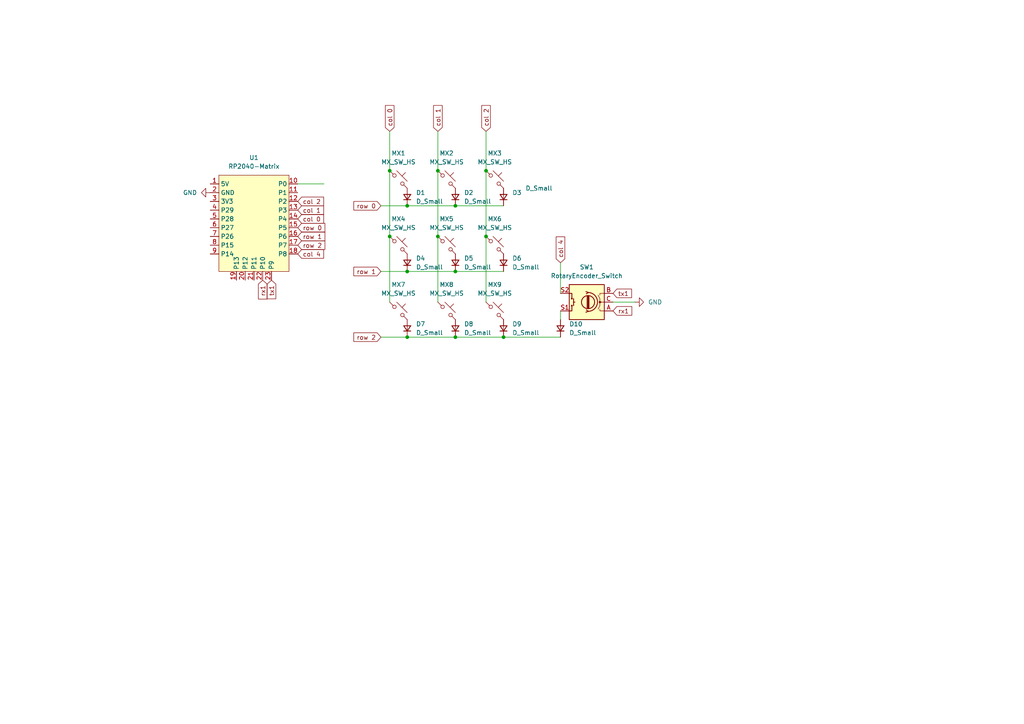
<source format=kicad_sch>
(kicad_sch
	(version 20250114)
	(generator "eeschema")
	(generator_version "9.0")
	(uuid "244cb078-a27e-437f-8bfb-73fee18643ba")
	(paper "A4")
	(lib_symbols
		(symbol "Device:D_Small"
			(pin_numbers
				(hide yes)
			)
			(pin_names
				(offset 0.254)
				(hide yes)
			)
			(exclude_from_sim no)
			(in_bom yes)
			(on_board yes)
			(property "Reference" "D"
				(at -1.27 2.032 0)
				(effects
					(font
						(size 1.27 1.27)
					)
					(justify left)
				)
			)
			(property "Value" "D_Small"
				(at -3.81 -2.032 0)
				(effects
					(font
						(size 1.27 1.27)
					)
					(justify left)
				)
			)
			(property "Footprint" ""
				(at 0 0 90)
				(effects
					(font
						(size 1.27 1.27)
					)
					(hide yes)
				)
			)
			(property "Datasheet" "~"
				(at 0 0 90)
				(effects
					(font
						(size 1.27 1.27)
					)
					(hide yes)
				)
			)
			(property "Description" "Diode, small symbol"
				(at 0 0 0)
				(effects
					(font
						(size 1.27 1.27)
					)
					(hide yes)
				)
			)
			(property "Sim.Device" "D"
				(at 0 0 0)
				(effects
					(font
						(size 1.27 1.27)
					)
					(hide yes)
				)
			)
			(property "Sim.Pins" "1=K 2=A"
				(at 0 0 0)
				(effects
					(font
						(size 1.27 1.27)
					)
					(hide yes)
				)
			)
			(property "ki_keywords" "diode"
				(at 0 0 0)
				(effects
					(font
						(size 1.27 1.27)
					)
					(hide yes)
				)
			)
			(property "ki_fp_filters" "TO-???* *_Diode_* *SingleDiode* D_*"
				(at 0 0 0)
				(effects
					(font
						(size 1.27 1.27)
					)
					(hide yes)
				)
			)
			(symbol "D_Small_0_1"
				(polyline
					(pts
						(xy -0.762 0) (xy 0.762 0)
					)
					(stroke
						(width 0)
						(type default)
					)
					(fill
						(type none)
					)
				)
				(polyline
					(pts
						(xy -0.762 -1.016) (xy -0.762 1.016)
					)
					(stroke
						(width 0.254)
						(type default)
					)
					(fill
						(type none)
					)
				)
				(polyline
					(pts
						(xy 0.762 -1.016) (xy -0.762 0) (xy 0.762 1.016) (xy 0.762 -1.016)
					)
					(stroke
						(width 0.254)
						(type default)
					)
					(fill
						(type none)
					)
				)
			)
			(symbol "D_Small_1_1"
				(pin passive line
					(at -2.54 0 0)
					(length 1.778)
					(name "K"
						(effects
							(font
								(size 1.27 1.27)
							)
						)
					)
					(number "1"
						(effects
							(font
								(size 1.27 1.27)
							)
						)
					)
				)
				(pin passive line
					(at 2.54 0 180)
					(length 1.778)
					(name "A"
						(effects
							(font
								(size 1.27 1.27)
							)
						)
					)
					(number "2"
						(effects
							(font
								(size 1.27 1.27)
							)
						)
					)
				)
			)
			(embedded_fonts no)
		)
		(symbol "Device:RotaryEncoder_Switch"
			(pin_names
				(offset 0.254)
				(hide yes)
			)
			(exclude_from_sim no)
			(in_bom yes)
			(on_board yes)
			(property "Reference" "SW"
				(at 0 6.604 0)
				(effects
					(font
						(size 1.27 1.27)
					)
				)
			)
			(property "Value" "RotaryEncoder_Switch"
				(at 0 -6.604 0)
				(effects
					(font
						(size 1.27 1.27)
					)
				)
			)
			(property "Footprint" ""
				(at -3.81 4.064 0)
				(effects
					(font
						(size 1.27 1.27)
					)
					(hide yes)
				)
			)
			(property "Datasheet" "~"
				(at 0 6.604 0)
				(effects
					(font
						(size 1.27 1.27)
					)
					(hide yes)
				)
			)
			(property "Description" "Rotary encoder, dual channel, incremental quadrate outputs, with switch"
				(at 0 0 0)
				(effects
					(font
						(size 1.27 1.27)
					)
					(hide yes)
				)
			)
			(property "ki_keywords" "rotary switch encoder switch push button"
				(at 0 0 0)
				(effects
					(font
						(size 1.27 1.27)
					)
					(hide yes)
				)
			)
			(property "ki_fp_filters" "RotaryEncoder*Switch*"
				(at 0 0 0)
				(effects
					(font
						(size 1.27 1.27)
					)
					(hide yes)
				)
			)
			(symbol "RotaryEncoder_Switch_0_1"
				(rectangle
					(start -5.08 5.08)
					(end 5.08 -5.08)
					(stroke
						(width 0.254)
						(type default)
					)
					(fill
						(type background)
					)
				)
				(polyline
					(pts
						(xy -5.08 2.54) (xy -3.81 2.54) (xy -3.81 2.032)
					)
					(stroke
						(width 0)
						(type default)
					)
					(fill
						(type none)
					)
				)
				(polyline
					(pts
						(xy -5.08 0) (xy -3.81 0) (xy -3.81 -1.016) (xy -3.302 -2.032)
					)
					(stroke
						(width 0)
						(type default)
					)
					(fill
						(type none)
					)
				)
				(polyline
					(pts
						(xy -5.08 -2.54) (xy -3.81 -2.54) (xy -3.81 -2.032)
					)
					(stroke
						(width 0)
						(type default)
					)
					(fill
						(type none)
					)
				)
				(polyline
					(pts
						(xy -4.318 0) (xy -3.81 0) (xy -3.81 1.016) (xy -3.302 2.032)
					)
					(stroke
						(width 0)
						(type default)
					)
					(fill
						(type none)
					)
				)
				(circle
					(center -3.81 0)
					(radius 0.254)
					(stroke
						(width 0)
						(type default)
					)
					(fill
						(type outline)
					)
				)
				(polyline
					(pts
						(xy -0.635 -1.778) (xy -0.635 1.778)
					)
					(stroke
						(width 0.254)
						(type default)
					)
					(fill
						(type none)
					)
				)
				(circle
					(center -0.381 0)
					(radius 1.905)
					(stroke
						(width 0.254)
						(type default)
					)
					(fill
						(type none)
					)
				)
				(polyline
					(pts
						(xy -0.381 -1.778) (xy -0.381 1.778)
					)
					(stroke
						(width 0.254)
						(type default)
					)
					(fill
						(type none)
					)
				)
				(arc
					(start -0.381 -2.794)
					(mid -3.0988 -0.0635)
					(end -0.381 2.667)
					(stroke
						(width 0.254)
						(type default)
					)
					(fill
						(type none)
					)
				)
				(polyline
					(pts
						(xy -0.127 1.778) (xy -0.127 -1.778)
					)
					(stroke
						(width 0.254)
						(type default)
					)
					(fill
						(type none)
					)
				)
				(polyline
					(pts
						(xy 0.254 2.921) (xy -0.508 2.667) (xy 0.127 2.286)
					)
					(stroke
						(width 0.254)
						(type default)
					)
					(fill
						(type none)
					)
				)
				(polyline
					(pts
						(xy 0.254 -3.048) (xy -0.508 -2.794) (xy 0.127 -2.413)
					)
					(stroke
						(width 0.254)
						(type default)
					)
					(fill
						(type none)
					)
				)
				(polyline
					(pts
						(xy 3.81 1.016) (xy 3.81 -1.016)
					)
					(stroke
						(width 0.254)
						(type default)
					)
					(fill
						(type none)
					)
				)
				(polyline
					(pts
						(xy 3.81 0) (xy 3.429 0)
					)
					(stroke
						(width 0.254)
						(type default)
					)
					(fill
						(type none)
					)
				)
				(circle
					(center 4.318 1.016)
					(radius 0.127)
					(stroke
						(width 0.254)
						(type default)
					)
					(fill
						(type none)
					)
				)
				(circle
					(center 4.318 -1.016)
					(radius 0.127)
					(stroke
						(width 0.254)
						(type default)
					)
					(fill
						(type none)
					)
				)
				(polyline
					(pts
						(xy 5.08 2.54) (xy 4.318 2.54) (xy 4.318 1.016)
					)
					(stroke
						(width 0.254)
						(type default)
					)
					(fill
						(type none)
					)
				)
				(polyline
					(pts
						(xy 5.08 -2.54) (xy 4.318 -2.54) (xy 4.318 -1.016)
					)
					(stroke
						(width 0.254)
						(type default)
					)
					(fill
						(type none)
					)
				)
			)
			(symbol "RotaryEncoder_Switch_1_1"
				(pin passive line
					(at -7.62 2.54 0)
					(length 2.54)
					(name "A"
						(effects
							(font
								(size 1.27 1.27)
							)
						)
					)
					(number "A"
						(effects
							(font
								(size 1.27 1.27)
							)
						)
					)
				)
				(pin passive line
					(at -7.62 0 0)
					(length 2.54)
					(name "C"
						(effects
							(font
								(size 1.27 1.27)
							)
						)
					)
					(number "C"
						(effects
							(font
								(size 1.27 1.27)
							)
						)
					)
				)
				(pin passive line
					(at -7.62 -2.54 0)
					(length 2.54)
					(name "B"
						(effects
							(font
								(size 1.27 1.27)
							)
						)
					)
					(number "B"
						(effects
							(font
								(size 1.27 1.27)
							)
						)
					)
				)
				(pin passive line
					(at 7.62 2.54 180)
					(length 2.54)
					(name "S1"
						(effects
							(font
								(size 1.27 1.27)
							)
						)
					)
					(number "S1"
						(effects
							(font
								(size 1.27 1.27)
							)
						)
					)
				)
				(pin passive line
					(at 7.62 -2.54 180)
					(length 2.54)
					(name "S2"
						(effects
							(font
								(size 1.27 1.27)
							)
						)
					)
					(number "S2"
						(effects
							(font
								(size 1.27 1.27)
							)
						)
					)
				)
			)
			(embedded_fonts no)
		)
		(symbol "marbastlib-mx:MX_SW_HS_KS-2P02B01-01"
			(pin_numbers
				(hide yes)
			)
			(pin_names
				(offset 1.016)
				(hide yes)
			)
			(exclude_from_sim no)
			(in_bom yes)
			(on_board yes)
			(property "Reference" "MX"
				(at 3.048 1.016 0)
				(effects
					(font
						(size 1.27 1.27)
					)
					(justify left)
				)
			)
			(property "Value" "MX_SW_HS"
				(at 0 -3.81 0)
				(effects
					(font
						(size 1.27 1.27)
					)
				)
			)
			(property "Footprint" "PCM_marbastlib-mx:SW_MX_HS_KS-2P02B01-01_1u"
				(at 0 0 0)
				(effects
					(font
						(size 1.27 1.27)
					)
					(hide yes)
				)
			)
			(property "Datasheet" "~"
				(at 0 0 0)
				(effects
					(font
						(size 1.27 1.27)
					)
					(hide yes)
				)
			)
			(property "Description" "Push button switch, normally open, two pins, 45° tilted, Gateron KS-2P02B01-01 for Cherry MX style switches"
				(at 0 0 0)
				(effects
					(font
						(size 1.27 1.27)
					)
					(hide yes)
				)
			)
			(property "ki_keywords" "switch normally-open pushbutton push-button"
				(at 0 0 0)
				(effects
					(font
						(size 1.27 1.27)
					)
					(hide yes)
				)
			)
			(symbol "MX_SW_HS_KS-2P02B01-01_0_1"
				(polyline
					(pts
						(xy -2.54 2.54) (xy -1.524 1.524) (xy -1.524 1.524)
					)
					(stroke
						(width 0)
						(type default)
					)
					(fill
						(type none)
					)
				)
				(circle
					(center -1.1684 1.1684)
					(radius 0.508)
					(stroke
						(width 0)
						(type default)
					)
					(fill
						(type none)
					)
				)
				(polyline
					(pts
						(xy -0.508 2.54) (xy 2.54 -0.508)
					)
					(stroke
						(width 0)
						(type default)
					)
					(fill
						(type none)
					)
				)
				(polyline
					(pts
						(xy 1.016 1.016) (xy 2.032 2.032)
					)
					(stroke
						(width 0)
						(type default)
					)
					(fill
						(type none)
					)
				)
				(circle
					(center 1.143 -1.1938)
					(radius 0.508)
					(stroke
						(width 0)
						(type default)
					)
					(fill
						(type none)
					)
				)
				(polyline
					(pts
						(xy 1.524 -1.524) (xy 2.54 -2.54) (xy 2.54 -2.54) (xy 2.54 -2.54)
					)
					(stroke
						(width 0)
						(type default)
					)
					(fill
						(type none)
					)
				)
				(pin passive line
					(at -2.54 2.54 0)
					(length 0)
					(name "1"
						(effects
							(font
								(size 1.27 1.27)
							)
						)
					)
					(number "1"
						(effects
							(font
								(size 1.27 1.27)
							)
						)
					)
				)
				(pin passive line
					(at 2.54 -2.54 180)
					(length 0)
					(name "2"
						(effects
							(font
								(size 1.27 1.27)
							)
						)
					)
					(number "2"
						(effects
							(font
								(size 1.27 1.27)
							)
						)
					)
				)
			)
			(embedded_fonts no)
		)
		(symbol "marbastlib-promicroish:RP2040-Matrix"
			(exclude_from_sim no)
			(in_bom no)
			(on_board yes)
			(property "Reference" "U"
				(at 0 20.574 0)
				(effects
					(font
						(size 1.27 1.27)
					)
				)
			)
			(property "Value" "RP2040-Matrix"
				(at 0 18.034 0)
				(effects
					(font
						(size 1.27 1.27)
					)
				)
			)
			(property "Footprint" "PCM_marbastlib-promicroish:RP2040-Matrix_ACH"
				(at 0 -30.48 0)
				(effects
					(font
						(size 1.27 1.27)
					)
					(hide yes)
				)
			)
			(property "Datasheet" "https://www.waveshare.com/rp2040-matrix.htm"
				(at -12.7 13.97 0)
				(effects
					(font
						(size 1.27 1.27)
					)
					(hide yes)
				)
			)
			(property "Description" "Symbol for a Waveshare RP2040-Matrix"
				(at 0 0 0)
				(effects
					(font
						(size 1.27 1.27)
					)
					(hide yes)
				)
			)
			(symbol "RP2040-Matrix_0_0"
				(pin bidirectional line
					(at -12.7 3.81 0)
					(length 2.54)
					(name "P28"
						(effects
							(font
								(size 1.27 1.27)
							)
						)
					)
					(number "5"
						(effects
							(font
								(size 1.27 1.27)
							)
						)
					)
				)
				(pin bidirectional line
					(at -12.7 1.27 0)
					(length 2.54)
					(name "P27"
						(effects
							(font
								(size 1.27 1.27)
							)
						)
					)
					(number "6"
						(effects
							(font
								(size 1.27 1.27)
							)
						)
					)
				)
				(pin bidirectional line
					(at -12.7 -1.27 0)
					(length 2.54)
					(name "P26"
						(effects
							(font
								(size 1.27 1.27)
							)
						)
					)
					(number "7"
						(effects
							(font
								(size 1.27 1.27)
							)
						)
					)
				)
				(pin bidirectional line
					(at -12.7 -3.81 0)
					(length 2.54)
					(name "P15"
						(effects
							(font
								(size 1.27 1.27)
							)
						)
					)
					(number "8"
						(effects
							(font
								(size 1.27 1.27)
							)
						)
					)
				)
				(pin bidirectional line
					(at -5.08 -13.97 90)
					(length 2.54)
					(name "P13"
						(effects
							(font
								(size 1.27 1.27)
							)
						)
					)
					(number "19"
						(effects
							(font
								(size 1.27 1.27)
							)
						)
					)
				)
				(pin bidirectional line
					(at -2.54 -13.97 90)
					(length 2.54)
					(name "P12"
						(effects
							(font
								(size 1.27 1.27)
							)
						)
					)
					(number "20"
						(effects
							(font
								(size 1.27 1.27)
							)
						)
					)
				)
				(pin bidirectional line
					(at 0 -13.97 90)
					(length 2.54)
					(name "P11"
						(effects
							(font
								(size 1.27 1.27)
							)
						)
					)
					(number "21"
						(effects
							(font
								(size 1.27 1.27)
							)
						)
					)
				)
				(pin bidirectional line
					(at 2.54 -13.97 90)
					(length 2.54)
					(name "P10"
						(effects
							(font
								(size 1.27 1.27)
							)
						)
					)
					(number "22"
						(effects
							(font
								(size 1.27 1.27)
							)
						)
					)
				)
				(pin bidirectional line
					(at 5.08 -13.97 90)
					(length 2.54)
					(name "P9"
						(effects
							(font
								(size 1.27 1.27)
							)
						)
					)
					(number "23"
						(effects
							(font
								(size 1.27 1.27)
							)
						)
					)
				)
				(pin bidirectional line
					(at 12.7 13.97 180)
					(length 2.54)
					(name "P0"
						(effects
							(font
								(size 1.27 1.27)
							)
						)
					)
					(number "10"
						(effects
							(font
								(size 1.27 1.27)
							)
						)
					)
				)
				(pin bidirectional line
					(at 12.7 11.43 180)
					(length 2.54)
					(name "P1"
						(effects
							(font
								(size 1.27 1.27)
							)
						)
					)
					(number "11"
						(effects
							(font
								(size 1.27 1.27)
							)
						)
					)
				)
				(pin bidirectional line
					(at 12.7 8.89 180)
					(length 2.54)
					(name "P2"
						(effects
							(font
								(size 1.27 1.27)
							)
						)
					)
					(number "12"
						(effects
							(font
								(size 1.27 1.27)
							)
						)
					)
				)
				(pin power_out line
					(at 12.7 3.81 180)
					(length 2.54)
					(name "P4"
						(effects
							(font
								(size 1.27 1.27)
							)
						)
					)
					(number "14"
						(effects
							(font
								(size 1.27 1.27)
							)
						)
					)
				)
				(pin bidirectional line
					(at 12.7 1.27 180)
					(length 2.54)
					(name "P5"
						(effects
							(font
								(size 1.27 1.27)
							)
						)
					)
					(number "15"
						(effects
							(font
								(size 1.27 1.27)
							)
						)
					)
				)
				(pin bidirectional line
					(at 12.7 -3.81 180)
					(length 2.54)
					(name "P7"
						(effects
							(font
								(size 1.27 1.27)
							)
						)
					)
					(number "17"
						(effects
							(font
								(size 1.27 1.27)
							)
						)
					)
				)
				(pin bidirectional line
					(at 12.7 -6.35 180)
					(length 2.54)
					(name "P8"
						(effects
							(font
								(size 1.27 1.27)
							)
						)
					)
					(number "18"
						(effects
							(font
								(size 1.27 1.27)
							)
						)
					)
				)
			)
			(symbol "RP2040-Matrix_1_0"
				(pin power_out line
					(at -12.7 13.97 0)
					(length 2.54)
					(name "5V"
						(effects
							(font
								(size 1.27 1.27)
							)
						)
					)
					(number "1"
						(effects
							(font
								(size 1.27 1.27)
							)
						)
					)
				)
				(pin power_out line
					(at -12.7 11.43 0)
					(length 2.54)
					(name "GND"
						(effects
							(font
								(size 1.27 1.27)
							)
						)
					)
					(number "2"
						(effects
							(font
								(size 1.27 1.27)
							)
						)
					)
				)
				(pin power_out line
					(at -12.7 8.89 0)
					(length 2.54)
					(name "3V3"
						(effects
							(font
								(size 1.27 1.27)
							)
						)
					)
					(number "3"
						(effects
							(font
								(size 1.27 1.27)
							)
						)
					)
				)
				(pin bidirectional line
					(at -12.7 6.35 0)
					(length 2.54)
					(name "P29"
						(effects
							(font
								(size 1.27 1.27)
							)
						)
					)
					(number "4"
						(effects
							(font
								(size 1.27 1.27)
							)
						)
					)
				)
				(pin bidirectional line
					(at -12.7 -6.35 0)
					(length 2.54)
					(name "P14"
						(effects
							(font
								(size 1.27 1.27)
							)
						)
					)
					(number "9"
						(effects
							(font
								(size 1.27 1.27)
							)
						)
					)
				)
				(pin bidirectional line
					(at 12.7 6.35 180)
					(length 2.54)
					(name "P3"
						(effects
							(font
								(size 1.27 1.27)
							)
						)
					)
					(number "13"
						(effects
							(font
								(size 1.27 1.27)
							)
						)
					)
				)
				(pin power_out line
					(at 12.7 -1.27 180)
					(length 2.54)
					(name "P6"
						(effects
							(font
								(size 1.27 1.27)
							)
						)
					)
					(number "16"
						(effects
							(font
								(size 1.27 1.27)
							)
						)
					)
				)
			)
			(symbol "RP2040-Matrix_1_1"
				(rectangle
					(start -10.16 16.51)
					(end 10.16 -11.43)
					(stroke
						(width 0)
						(type default)
					)
					(fill
						(type background)
					)
				)
			)
			(embedded_fonts no)
		)
		(symbol "power:GND"
			(power)
			(pin_numbers
				(hide yes)
			)
			(pin_names
				(offset 0)
				(hide yes)
			)
			(exclude_from_sim no)
			(in_bom yes)
			(on_board yes)
			(property "Reference" "#PWR"
				(at 0 -6.35 0)
				(effects
					(font
						(size 1.27 1.27)
					)
					(hide yes)
				)
			)
			(property "Value" "GND"
				(at 0 -3.81 0)
				(effects
					(font
						(size 1.27 1.27)
					)
				)
			)
			(property "Footprint" ""
				(at 0 0 0)
				(effects
					(font
						(size 1.27 1.27)
					)
					(hide yes)
				)
			)
			(property "Datasheet" ""
				(at 0 0 0)
				(effects
					(font
						(size 1.27 1.27)
					)
					(hide yes)
				)
			)
			(property "Description" "Power symbol creates a global label with name \"GND\" , ground"
				(at 0 0 0)
				(effects
					(font
						(size 1.27 1.27)
					)
					(hide yes)
				)
			)
			(property "ki_keywords" "global power"
				(at 0 0 0)
				(effects
					(font
						(size 1.27 1.27)
					)
					(hide yes)
				)
			)
			(symbol "GND_0_1"
				(polyline
					(pts
						(xy 0 0) (xy 0 -1.27) (xy 1.27 -1.27) (xy 0 -2.54) (xy -1.27 -1.27) (xy 0 -1.27)
					)
					(stroke
						(width 0)
						(type default)
					)
					(fill
						(type none)
					)
				)
			)
			(symbol "GND_1_1"
				(pin power_in line
					(at 0 0 270)
					(length 0)
					(name "~"
						(effects
							(font
								(size 1.27 1.27)
							)
						)
					)
					(number "1"
						(effects
							(font
								(size 1.27 1.27)
							)
						)
					)
				)
			)
			(embedded_fonts no)
		)
	)
	(junction
		(at 118.11 78.74)
		(diameter 0)
		(color 0 0 0 0)
		(uuid "0c317cbd-86fd-40a9-bb39-da3dc87c6523")
	)
	(junction
		(at 140.97 49.53)
		(diameter 0)
		(color 0 0 0 0)
		(uuid "0df25740-d316-4def-a1e8-9b5ff514a429")
	)
	(junction
		(at 127 68.58)
		(diameter 0)
		(color 0 0 0 0)
		(uuid "7180b726-347e-4304-8907-61f599ab8e51")
	)
	(junction
		(at 132.08 59.69)
		(diameter 0)
		(color 0 0 0 0)
		(uuid "71a8c226-de26-4be8-b864-f1136e5d6514")
	)
	(junction
		(at 140.97 68.58)
		(diameter 0)
		(color 0 0 0 0)
		(uuid "844ca61e-3f03-476b-bc25-928ab343ea1f")
	)
	(junction
		(at 146.05 97.79)
		(diameter 0)
		(color 0 0 0 0)
		(uuid "948a0ebe-e344-4ee7-8555-51e4899aa806")
	)
	(junction
		(at 118.11 59.69)
		(diameter 0)
		(color 0 0 0 0)
		(uuid "9e4b65eb-69a8-4c5c-94f6-28aea3349a4c")
	)
	(junction
		(at 113.03 68.58)
		(diameter 0)
		(color 0 0 0 0)
		(uuid "b239303f-7d4d-4f2f-9bc9-26bc6256d630")
	)
	(junction
		(at 132.08 78.74)
		(diameter 0)
		(color 0 0 0 0)
		(uuid "b25dc8e4-4cdb-41bb-b572-b19c633d0b2f")
	)
	(junction
		(at 132.08 97.79)
		(diameter 0)
		(color 0 0 0 0)
		(uuid "b7923d48-a499-4a86-9b05-0800b9ab4f5d")
	)
	(junction
		(at 113.03 49.53)
		(diameter 0)
		(color 0 0 0 0)
		(uuid "badbb810-da4b-4a7d-920f-d2ba0200e72e")
	)
	(junction
		(at 127 49.53)
		(diameter 0)
		(color 0 0 0 0)
		(uuid "f632c623-4a86-4189-ba7b-cc9a8a870c26")
	)
	(junction
		(at 118.11 97.79)
		(diameter 0)
		(color 0 0 0 0)
		(uuid "fda90534-dfbf-4964-8b40-027172815fc0")
	)
	(wire
		(pts
			(xy 140.97 68.58) (xy 140.97 87.63)
		)
		(stroke
			(width 0)
			(type default)
		)
		(uuid "04163cab-33cf-4658-988d-58290315d117")
	)
	(wire
		(pts
			(xy 127 49.53) (xy 127 68.58)
		)
		(stroke
			(width 0)
			(type default)
		)
		(uuid "15038f3f-903f-444e-859f-29a646601531")
	)
	(wire
		(pts
			(xy 140.97 49.53) (xy 140.97 68.58)
		)
		(stroke
			(width 0)
			(type default)
		)
		(uuid "2a613ee7-6d11-42c2-9449-9611b49402d9")
	)
	(wire
		(pts
			(xy 86.36 53.34) (xy 93.98 53.34)
		)
		(stroke
			(width 0)
			(type default)
		)
		(uuid "457d6838-d1a6-49c6-9e36-2336ce8ed8de")
	)
	(wire
		(pts
			(xy 113.03 68.58) (xy 113.03 87.63)
		)
		(stroke
			(width 0)
			(type default)
		)
		(uuid "4f905445-5432-4df5-8453-41c47d057ff6")
	)
	(wire
		(pts
			(xy 110.49 78.74) (xy 118.11 78.74)
		)
		(stroke
			(width 0)
			(type default)
		)
		(uuid "513d2e80-ba91-4d2e-b660-b7aaabbd0796")
	)
	(wire
		(pts
			(xy 127 68.58) (xy 127 87.63)
		)
		(stroke
			(width 0)
			(type default)
		)
		(uuid "5fb00af1-e7a2-419e-baba-59aaceb12819")
	)
	(wire
		(pts
			(xy 113.03 49.53) (xy 113.03 68.58)
		)
		(stroke
			(width 0)
			(type default)
		)
		(uuid "6c097fe0-f68c-4066-bcf4-066302a81776")
	)
	(wire
		(pts
			(xy 110.49 97.79) (xy 118.11 97.79)
		)
		(stroke
			(width 0)
			(type default)
		)
		(uuid "72809c4f-81de-45c2-8432-0e304e820e85")
	)
	(wire
		(pts
			(xy 132.08 59.69) (xy 146.05 59.69)
		)
		(stroke
			(width 0)
			(type default)
		)
		(uuid "73941c29-3535-4cf4-ad37-7ed25295764e")
	)
	(wire
		(pts
			(xy 132.08 78.74) (xy 146.05 78.74)
		)
		(stroke
			(width 0)
			(type default)
		)
		(uuid "84d0472f-ce58-4597-9d38-9055d5a27863")
	)
	(wire
		(pts
			(xy 118.11 59.69) (xy 132.08 59.69)
		)
		(stroke
			(width 0)
			(type default)
		)
		(uuid "8931fc49-cbb2-4566-a5f3-1c75cea6877e")
	)
	(wire
		(pts
			(xy 146.05 97.79) (xy 162.56 97.79)
		)
		(stroke
			(width 0)
			(type default)
		)
		(uuid "8fdf1a48-612b-4527-b3b1-9ee2155b256f")
	)
	(wire
		(pts
			(xy 118.11 78.74) (xy 132.08 78.74)
		)
		(stroke
			(width 0)
			(type default)
		)
		(uuid "92443e6f-bacd-42e1-9e87-ad4ceaf55cf1")
	)
	(wire
		(pts
			(xy 110.49 59.69) (xy 118.11 59.69)
		)
		(stroke
			(width 0)
			(type default)
		)
		(uuid "a1d9a438-bac1-4cdf-aef9-a06295710d6b")
	)
	(wire
		(pts
			(xy 162.56 76.2) (xy 162.56 85.09)
		)
		(stroke
			(width 0)
			(type default)
		)
		(uuid "a653dfbd-f4dc-47be-9654-74390c2e2551")
	)
	(wire
		(pts
			(xy 162.56 90.17) (xy 162.56 92.71)
		)
		(stroke
			(width 0)
			(type default)
		)
		(uuid "b766086f-5dcc-4971-8f15-b96e33d875b1")
	)
	(wire
		(pts
			(xy 132.08 97.79) (xy 146.05 97.79)
		)
		(stroke
			(width 0)
			(type default)
		)
		(uuid "c16d19cd-92a8-4d78-989c-7353b61a4d7f")
	)
	(wire
		(pts
			(xy 127 38.1) (xy 127 49.53)
		)
		(stroke
			(width 0)
			(type default)
		)
		(uuid "dac2adad-7696-4797-9eb8-7a244981171c")
	)
	(wire
		(pts
			(xy 140.97 38.1) (xy 140.97 49.53)
		)
		(stroke
			(width 0)
			(type default)
		)
		(uuid "e3aa665a-1108-4f7f-b4d9-d000bc91011c")
	)
	(wire
		(pts
			(xy 177.8 87.63) (xy 184.15 87.63)
		)
		(stroke
			(width 0)
			(type default)
		)
		(uuid "e68b5fba-0d0e-4512-b94b-4130d84ce44b")
	)
	(wire
		(pts
			(xy 118.11 97.79) (xy 132.08 97.79)
		)
		(stroke
			(width 0)
			(type default)
		)
		(uuid "e7a172ef-efc1-40f1-9c37-c359222ee381")
	)
	(wire
		(pts
			(xy 113.03 38.1) (xy 113.03 49.53)
		)
		(stroke
			(width 0)
			(type default)
		)
		(uuid "fb0b97d0-1039-48f7-80f1-e90c5774495a")
	)
	(global_label "row 0"
		(shape input)
		(at 86.36 66.04 0)
		(fields_autoplaced yes)
		(effects
			(font
				(size 1.27 1.27)
			)
			(justify left)
		)
		(uuid "0811109d-872e-4d02-ad83-33eff36e0494")
		(property "Intersheetrefs" "${INTERSHEET_REFS}"
			(at 94.788 66.04 0)
			(effects
				(font
					(size 1.27 1.27)
				)
				(justify left)
				(hide yes)
			)
		)
	)
	(global_label "rx1"
		(shape input)
		(at 177.8 90.17 0)
		(fields_autoplaced yes)
		(effects
			(font
				(size 1.27 1.27)
			)
			(justify left)
		)
		(uuid "0a0a005c-5229-454a-a990-7e5013ad5722")
		(property "Intersheetrefs" "${INTERSHEET_REFS}"
			(at 183.809 90.17 0)
			(effects
				(font
					(size 1.27 1.27)
				)
				(justify left)
				(hide yes)
			)
		)
	)
	(global_label "col 4"
		(shape input)
		(at 162.56 76.2 90)
		(fields_autoplaced yes)
		(effects
			(font
				(size 1.27 1.27)
			)
			(justify left)
		)
		(uuid "197cab43-3e30-4ad8-9107-6d08fb2113b9")
		(property "Intersheetrefs" "${INTERSHEET_REFS}"
			(at 162.56 68.1349 90)
			(effects
				(font
					(size 1.27 1.27)
				)
				(justify left)
				(hide yes)
			)
		)
	)
	(global_label "row 1"
		(shape input)
		(at 110.49 78.74 180)
		(fields_autoplaced yes)
		(effects
			(font
				(size 1.27 1.27)
			)
			(justify right)
		)
		(uuid "29db856d-39a6-4e95-8d1e-89622eaf766f")
		(property "Intersheetrefs" "${INTERSHEET_REFS}"
			(at 102.062 78.74 0)
			(effects
				(font
					(size 1.27 1.27)
				)
				(justify right)
				(hide yes)
			)
		)
	)
	(global_label "col 0"
		(shape input)
		(at 86.36 63.5 0)
		(fields_autoplaced yes)
		(effects
			(font
				(size 1.27 1.27)
			)
			(justify left)
		)
		(uuid "380faa9e-9be7-4aa0-9d0d-ed30e16b9ae6")
		(property "Intersheetrefs" "${INTERSHEET_REFS}"
			(at 94.4251 63.5 0)
			(effects
				(font
					(size 1.27 1.27)
				)
				(justify left)
				(hide yes)
			)
		)
	)
	(global_label "col 2"
		(shape input)
		(at 140.97 38.1 90)
		(fields_autoplaced yes)
		(effects
			(font
				(size 1.27 1.27)
			)
			(justify left)
		)
		(uuid "7af663ed-c7f0-4ca1-b32c-f56d955b564d")
		(property "Intersheetrefs" "${INTERSHEET_REFS}"
			(at 140.97 30.0349 90)
			(effects
				(font
					(size 1.27 1.27)
				)
				(justify left)
				(hide yes)
			)
		)
	)
	(global_label "row 0"
		(shape input)
		(at 110.49 59.69 180)
		(fields_autoplaced yes)
		(effects
			(font
				(size 1.27 1.27)
			)
			(justify right)
		)
		(uuid "88160099-6e04-47d9-99f4-4da1b5c5e08b")
		(property "Intersheetrefs" "${INTERSHEET_REFS}"
			(at 102.062 59.69 0)
			(effects
				(font
					(size 1.27 1.27)
				)
				(justify right)
				(hide yes)
			)
		)
	)
	(global_label "col 1"
		(shape input)
		(at 86.36 60.96 0)
		(fields_autoplaced yes)
		(effects
			(font
				(size 1.27 1.27)
			)
			(justify left)
		)
		(uuid "8cd69524-e8de-46a1-9fa5-d9aa5a4bd6d8")
		(property "Intersheetrefs" "${INTERSHEET_REFS}"
			(at 94.4251 60.96 0)
			(effects
				(font
					(size 1.27 1.27)
				)
				(justify left)
				(hide yes)
			)
		)
	)
	(global_label "row 2"
		(shape input)
		(at 110.49 97.79 180)
		(fields_autoplaced yes)
		(effects
			(font
				(size 1.27 1.27)
			)
			(justify right)
		)
		(uuid "955bef3b-c143-47c8-8b5d-92d5ea442d89")
		(property "Intersheetrefs" "${INTERSHEET_REFS}"
			(at 102.062 97.79 0)
			(effects
				(font
					(size 1.27 1.27)
				)
				(justify right)
				(hide yes)
			)
		)
	)
	(global_label "tx1"
		(shape input)
		(at 78.74 81.28 270)
		(fields_autoplaced yes)
		(effects
			(font
				(size 1.27 1.27)
			)
			(justify right)
		)
		(uuid "96383a56-3ff4-44d4-b214-05a35a834e1d")
		(property "Intersheetrefs" "${INTERSHEET_REFS}"
			(at 78.74 87.2285 90)
			(effects
				(font
					(size 1.27 1.27)
				)
				(justify right)
				(hide yes)
			)
		)
	)
	(global_label "tx1"
		(shape input)
		(at 177.8 85.09 0)
		(fields_autoplaced yes)
		(effects
			(font
				(size 1.27 1.27)
			)
			(justify left)
		)
		(uuid "a2c4b18a-68d1-4e97-b0a7-5a5a37166cfe")
		(property "Intersheetrefs" "${INTERSHEET_REFS}"
			(at 183.7485 85.09 0)
			(effects
				(font
					(size 1.27 1.27)
				)
				(justify left)
				(hide yes)
			)
		)
	)
	(global_label "col 1"
		(shape input)
		(at 127 38.1 90)
		(fields_autoplaced yes)
		(effects
			(font
				(size 1.27 1.27)
			)
			(justify left)
		)
		(uuid "ba782860-f8b3-4dae-bb0b-6b5edd831d8d")
		(property "Intersheetrefs" "${INTERSHEET_REFS}"
			(at 127 30.0349 90)
			(effects
				(font
					(size 1.27 1.27)
				)
				(justify left)
				(hide yes)
			)
		)
	)
	(global_label "col 0"
		(shape input)
		(at 113.03 38.1 90)
		(fields_autoplaced yes)
		(effects
			(font
				(size 1.27 1.27)
			)
			(justify left)
		)
		(uuid "bc4e0090-b8a7-4a8b-93e4-5b6551984366")
		(property "Intersheetrefs" "${INTERSHEET_REFS}"
			(at 113.03 30.0349 90)
			(effects
				(font
					(size 1.27 1.27)
				)
				(justify left)
				(hide yes)
			)
		)
	)
	(global_label "rx1"
		(shape input)
		(at 76.2 81.28 270)
		(fields_autoplaced yes)
		(effects
			(font
				(size 1.27 1.27)
			)
			(justify right)
		)
		(uuid "df986619-d331-423e-99f8-dcdf229d9ef7")
		(property "Intersheetrefs" "${INTERSHEET_REFS}"
			(at 76.2 87.289 90)
			(effects
				(font
					(size 1.27 1.27)
				)
				(justify right)
				(hide yes)
			)
		)
	)
	(global_label "row 2"
		(shape input)
		(at 86.36 71.12 0)
		(fields_autoplaced yes)
		(effects
			(font
				(size 1.27 1.27)
			)
			(justify left)
		)
		(uuid "e005995f-9dd9-4cf3-a06f-c82b72682d28")
		(property "Intersheetrefs" "${INTERSHEET_REFS}"
			(at 94.788 71.12 0)
			(effects
				(font
					(size 1.27 1.27)
				)
				(justify left)
				(hide yes)
			)
		)
	)
	(global_label "col 4"
		(shape input)
		(at 86.36 73.66 0)
		(fields_autoplaced yes)
		(effects
			(font
				(size 1.27 1.27)
			)
			(justify left)
		)
		(uuid "e1d5cc4c-c690-4b78-9651-94d76b1935d3")
		(property "Intersheetrefs" "${INTERSHEET_REFS}"
			(at 94.4251 73.66 0)
			(effects
				(font
					(size 1.27 1.27)
				)
				(justify left)
				(hide yes)
			)
		)
	)
	(global_label "col 2"
		(shape input)
		(at 86.36 58.42 0)
		(fields_autoplaced yes)
		(effects
			(font
				(size 1.27 1.27)
			)
			(justify left)
		)
		(uuid "ea4e3193-fe46-4528-ac80-3180cd05bab7")
		(property "Intersheetrefs" "${INTERSHEET_REFS}"
			(at 94.4251 58.42 0)
			(effects
				(font
					(size 1.27 1.27)
				)
				(justify left)
				(hide yes)
			)
		)
	)
	(global_label "row 1"
		(shape input)
		(at 86.36 68.58 0)
		(fields_autoplaced yes)
		(effects
			(font
				(size 1.27 1.27)
			)
			(justify left)
		)
		(uuid "f34fb6e0-ef18-40c2-993c-12e43b16372e")
		(property "Intersheetrefs" "${INTERSHEET_REFS}"
			(at 94.788 68.58 0)
			(effects
				(font
					(size 1.27 1.27)
				)
				(justify left)
				(hide yes)
			)
		)
	)
	(symbol
		(lib_id "marbastlib-mx:MX_SW_HS_KS-2P02B01-01")
		(at 115.57 71.12 0)
		(unit 1)
		(exclude_from_sim no)
		(in_bom yes)
		(on_board yes)
		(dnp no)
		(fields_autoplaced yes)
		(uuid "0a7d5148-2dfe-4803-baa6-1a8e36c041c8")
		(property "Reference" "MX4"
			(at 115.57 63.5 0)
			(effects
				(font
					(size 1.27 1.27)
				)
			)
		)
		(property "Value" "MX_SW_HS"
			(at 115.57 66.04 0)
			(effects
				(font
					(size 1.27 1.27)
				)
			)
		)
		(property "Footprint" "ScottoKeebs_Hotswap:Hotswap_MX_1.00u"
			(at 115.57 71.12 0)
			(effects
				(font
					(size 1.27 1.27)
				)
				(hide yes)
			)
		)
		(property "Datasheet" "~"
			(at 115.57 71.12 0)
			(effects
				(font
					(size 1.27 1.27)
				)
				(hide yes)
			)
		)
		(property "Description" "Push button switch, normally open, two pins, 45° tilted, Gateron KS-2P02B01-01 for Cherry MX style switches"
			(at 115.57 71.12 0)
			(effects
				(font
					(size 1.27 1.27)
				)
				(hide yes)
			)
		)
		(pin "1"
			(uuid "30fdac02-604f-4936-bfde-e99dd9ddb77f")
		)
		(pin "2"
			(uuid "66ad63ee-9ab1-40de-b0d4-b895ae5842ca")
		)
		(instances
			(project "macropad"
				(path "/244cb078-a27e-437f-8bfb-73fee18643ba"
					(reference "MX4")
					(unit 1)
				)
			)
		)
	)
	(symbol
		(lib_id "Device:D_Small")
		(at 162.56 95.25 90)
		(unit 1)
		(exclude_from_sim no)
		(in_bom yes)
		(on_board yes)
		(dnp no)
		(uuid "0e79f392-9c89-4eef-95a0-8aa30a66f4c8")
		(property "Reference" "D10"
			(at 165.1 93.9799 90)
			(effects
				(font
					(size 1.27 1.27)
				)
				(justify right)
			)
		)
		(property "Value" "D_Small"
			(at 165.1 96.5199 90)
			(effects
				(font
					(size 1.27 1.27)
				)
				(justify right)
			)
		)
		(property "Footprint" "ScottoKeebs_Components:Diode_DO-35"
			(at 162.56 95.25 90)
			(effects
				(font
					(size 1.27 1.27)
				)
				(hide yes)
			)
		)
		(property "Datasheet" "~"
			(at 162.56 95.25 90)
			(effects
				(font
					(size 1.27 1.27)
				)
				(hide yes)
			)
		)
		(property "Description" "Diode, small symbol"
			(at 162.56 95.25 0)
			(effects
				(font
					(size 1.27 1.27)
				)
				(hide yes)
			)
		)
		(property "Sim.Device" "D"
			(at 162.56 95.25 0)
			(effects
				(font
					(size 1.27 1.27)
				)
				(hide yes)
			)
		)
		(property "Sim.Pins" "1=K 2=A"
			(at 162.56 95.25 0)
			(effects
				(font
					(size 1.27 1.27)
				)
				(hide yes)
			)
		)
		(pin "2"
			(uuid "0b7c7f15-6cd0-4c2e-a2f9-e7d6a3fd4e3c")
		)
		(pin "1"
			(uuid "77204e05-ea64-4ee3-867d-e3ad32b1a392")
		)
		(instances
			(project ""
				(path "/244cb078-a27e-437f-8bfb-73fee18643ba"
					(reference "D10")
					(unit 1)
				)
			)
		)
	)
	(symbol
		(lib_id "marbastlib-promicroish:RP2040-Matrix")
		(at 73.66 67.31 0)
		(unit 1)
		(exclude_from_sim no)
		(in_bom no)
		(on_board yes)
		(dnp no)
		(fields_autoplaced yes)
		(uuid "10269f40-4e29-4f89-a6ed-db4a0cd16730")
		(property "Reference" "U1"
			(at 73.66 45.72 0)
			(effects
				(font
					(size 1.27 1.27)
				)
			)
		)
		(property "Value" "RP2040-Matrix"
			(at 73.66 48.26 0)
			(effects
				(font
					(size 1.27 1.27)
				)
			)
		)
		(property "Footprint" "MARBASTLIB:RP2040-Matrix_AH"
			(at 73.66 97.79 0)
			(effects
				(font
					(size 1.27 1.27)
				)
				(hide yes)
			)
		)
		(property "Datasheet" "https://www.waveshare.com/rp2040-matrix.htm"
			(at 60.96 53.34 0)
			(effects
				(font
					(size 1.27 1.27)
				)
				(hide yes)
			)
		)
		(property "Description" "Symbol for a Waveshare RP2040-Matrix"
			(at 73.66 67.31 0)
			(effects
				(font
					(size 1.27 1.27)
				)
				(hide yes)
			)
		)
		(pin "13"
			(uuid "0ef4eb7a-358c-4c42-8ffd-83c4ce442c1a")
		)
		(pin "4"
			(uuid "521333ec-d9ce-4c10-8bca-609589d0fbdc")
		)
		(pin "14"
			(uuid "95eff372-d5e5-42e0-8819-155898008a39")
		)
		(pin "23"
			(uuid "a7c470b5-74e8-469c-99f0-a0bc6bdad224")
		)
		(pin "19"
			(uuid "6b469199-9a30-47e0-aa82-1dec7e8b270c")
		)
		(pin "9"
			(uuid "7c473984-c24d-4fb2-9385-757e84dad7bc")
		)
		(pin "11"
			(uuid "184b369f-7e58-4e6f-8d0e-e640b05d6a32")
		)
		(pin "17"
			(uuid "0399b56e-040a-4c10-ba2f-8c28b9bf5252")
		)
		(pin "10"
			(uuid "d68df865-f4c4-4b5b-b2dc-55c336d9f78c")
		)
		(pin "18"
			(uuid "1bd9da72-3146-421f-9f11-6ae08b9f1107")
		)
		(pin "12"
			(uuid "5fb12c13-5a32-4fe4-8349-d3022bc6be4e")
		)
		(pin "15"
			(uuid "7f171863-50c7-4a90-aadf-0e8b94b65abe")
		)
		(pin "1"
			(uuid "e92c5518-cf6c-477a-a99c-5c14fd42d04b")
		)
		(pin "6"
			(uuid "dce0bd34-537f-4551-9a46-8ff0878475c8")
		)
		(pin "8"
			(uuid "5f027421-09c0-4b2d-bf1e-9b868cd131a4")
		)
		(pin "16"
			(uuid "5147f147-2e91-4057-8bfd-34e1e96fc010")
		)
		(pin "22"
			(uuid "ac0286f3-7031-459f-af10-b2d74c20d089")
		)
		(pin "3"
			(uuid "1b139723-f3d2-4d16-bfcd-d9939a67ba1b")
		)
		(pin "20"
			(uuid "c17be4b8-86b1-4615-9ba5-e56c3223a71e")
		)
		(pin "21"
			(uuid "2a5db354-da00-4864-bdcf-76d2fc311204")
		)
		(pin "7"
			(uuid "5e2f829d-b377-4f49-9fc1-2c898020bfc0")
		)
		(pin "2"
			(uuid "1e313714-551f-479f-94bf-8800374b7af0")
		)
		(pin "5"
			(uuid "0cfe3f2b-fe0d-4a4a-bdaf-50343b15dfd8")
		)
		(instances
			(project ""
				(path "/244cb078-a27e-437f-8bfb-73fee18643ba"
					(reference "U1")
					(unit 1)
				)
			)
		)
	)
	(symbol
		(lib_id "Device:RotaryEncoder_Switch")
		(at 170.18 87.63 180)
		(unit 1)
		(exclude_from_sim no)
		(in_bom yes)
		(on_board yes)
		(dnp no)
		(fields_autoplaced yes)
		(uuid "1b23f866-537c-402f-8910-5b8af5c2a796")
		(property "Reference" "SW1"
			(at 170.18 77.47 0)
			(effects
				(font
					(size 1.27 1.27)
				)
			)
		)
		(property "Value" "RotaryEncoder_Switch"
			(at 170.18 80.01 0)
			(effects
				(font
					(size 1.27 1.27)
				)
			)
		)
		(property "Footprint" "Rotary_Encoder:RotaryEncoder_Alps_EC11E-Switch_Vertical_H20mm"
			(at 173.99 91.694 0)
			(effects
				(font
					(size 1.27 1.27)
				)
				(hide yes)
			)
		)
		(property "Datasheet" "~"
			(at 170.18 94.234 0)
			(effects
				(font
					(size 1.27 1.27)
				)
				(hide yes)
			)
		)
		(property "Description" "Rotary encoder, dual channel, incremental quadrate outputs, with switch"
			(at 170.18 87.63 0)
			(effects
				(font
					(size 1.27 1.27)
				)
				(hide yes)
			)
		)
		(pin "C"
			(uuid "8c3f8b9d-f086-4926-85fd-c3967280f6dc")
		)
		(pin "S1"
			(uuid "6d66c336-6051-456a-9948-b8a193d21c68")
		)
		(pin "A"
			(uuid "7ba490b6-0a56-4ffe-8414-8b99c04254ae")
		)
		(pin "B"
			(uuid "fcbcd889-0264-4816-b00a-7b95854d802b")
		)
		(pin "S2"
			(uuid "73c07d5f-5caa-49be-80d5-745bc5aedaeb")
		)
		(instances
			(project ""
				(path "/244cb078-a27e-437f-8bfb-73fee18643ba"
					(reference "SW1")
					(unit 1)
				)
			)
		)
	)
	(symbol
		(lib_id "Device:D_Small")
		(at 146.05 95.25 90)
		(unit 1)
		(exclude_from_sim no)
		(in_bom yes)
		(on_board yes)
		(dnp no)
		(fields_autoplaced yes)
		(uuid "2716a39d-9ed0-4de2-9b7e-93365dee501d")
		(property "Reference" "D9"
			(at 148.59 93.9799 90)
			(effects
				(font
					(size 1.27 1.27)
				)
				(justify right)
			)
		)
		(property "Value" "D_Small"
			(at 148.59 96.5199 90)
			(effects
				(font
					(size 1.27 1.27)
				)
				(justify right)
			)
		)
		(property "Footprint" "ScottoKeebs_Components:Diode_DO-35"
			(at 146.05 95.25 90)
			(effects
				(font
					(size 1.27 1.27)
				)
				(hide yes)
			)
		)
		(property "Datasheet" "~"
			(at 146.05 95.25 90)
			(effects
				(font
					(size 1.27 1.27)
				)
				(hide yes)
			)
		)
		(property "Description" "Diode, small symbol"
			(at 146.05 95.25 0)
			(effects
				(font
					(size 1.27 1.27)
				)
				(hide yes)
			)
		)
		(property "Sim.Device" "D"
			(at 146.05 95.25 0)
			(effects
				(font
					(size 1.27 1.27)
				)
				(hide yes)
			)
		)
		(property "Sim.Pins" "1=K 2=A"
			(at 146.05 95.25 0)
			(effects
				(font
					(size 1.27 1.27)
				)
				(hide yes)
			)
		)
		(pin "2"
			(uuid "a77574bc-c432-40ad-ac09-86cb6d97b128")
		)
		(pin "1"
			(uuid "817cde4a-683b-45fe-9797-14a79f76dabf")
		)
		(instances
			(project "macropad"
				(path "/244cb078-a27e-437f-8bfb-73fee18643ba"
					(reference "D9")
					(unit 1)
				)
			)
		)
	)
	(symbol
		(lib_id "Device:D_Small")
		(at 132.08 95.25 90)
		(unit 1)
		(exclude_from_sim no)
		(in_bom yes)
		(on_board yes)
		(dnp no)
		(fields_autoplaced yes)
		(uuid "28340995-7663-419e-a400-9793b01b79f6")
		(property "Reference" "D8"
			(at 134.62 93.9799 90)
			(effects
				(font
					(size 1.27 1.27)
				)
				(justify right)
			)
		)
		(property "Value" "D_Small"
			(at 134.62 96.5199 90)
			(effects
				(font
					(size 1.27 1.27)
				)
				(justify right)
			)
		)
		(property "Footprint" "ScottoKeebs_Components:Diode_DO-35"
			(at 132.08 95.25 90)
			(effects
				(font
					(size 1.27 1.27)
				)
				(hide yes)
			)
		)
		(property "Datasheet" "~"
			(at 132.08 95.25 90)
			(effects
				(font
					(size 1.27 1.27)
				)
				(hide yes)
			)
		)
		(property "Description" "Diode, small symbol"
			(at 132.08 95.25 0)
			(effects
				(font
					(size 1.27 1.27)
				)
				(hide yes)
			)
		)
		(property "Sim.Device" "D"
			(at 132.08 95.25 0)
			(effects
				(font
					(size 1.27 1.27)
				)
				(hide yes)
			)
		)
		(property "Sim.Pins" "1=K 2=A"
			(at 132.08 95.25 0)
			(effects
				(font
					(size 1.27 1.27)
				)
				(hide yes)
			)
		)
		(pin "2"
			(uuid "bb6c2502-87ed-4fd4-b0b1-9c44411ad07f")
		)
		(pin "1"
			(uuid "895e0e27-d8bd-4360-a5e5-1537f180545b")
		)
		(instances
			(project "macropad"
				(path "/244cb078-a27e-437f-8bfb-73fee18643ba"
					(reference "D8")
					(unit 1)
				)
			)
		)
	)
	(symbol
		(lib_id "marbastlib-mx:MX_SW_HS_KS-2P02B01-01")
		(at 143.51 90.17 0)
		(unit 1)
		(exclude_from_sim no)
		(in_bom yes)
		(on_board yes)
		(dnp no)
		(fields_autoplaced yes)
		(uuid "43628b03-184a-4fca-a51d-f84b96327e67")
		(property "Reference" "MX9"
			(at 143.51 82.55 0)
			(effects
				(font
					(size 1.27 1.27)
				)
			)
		)
		(property "Value" "MX_SW_HS"
			(at 143.51 85.09 0)
			(effects
				(font
					(size 1.27 1.27)
				)
			)
		)
		(property "Footprint" "ScottoKeebs_Hotswap:Hotswap_MX_1.00u"
			(at 143.51 90.17 0)
			(effects
				(font
					(size 1.27 1.27)
				)
				(hide yes)
			)
		)
		(property "Datasheet" "~"
			(at 143.51 90.17 0)
			(effects
				(font
					(size 1.27 1.27)
				)
				(hide yes)
			)
		)
		(property "Description" "Push button switch, normally open, two pins, 45° tilted, Gateron KS-2P02B01-01 for Cherry MX style switches"
			(at 143.51 90.17 0)
			(effects
				(font
					(size 1.27 1.27)
				)
				(hide yes)
			)
		)
		(pin "1"
			(uuid "a21ce100-6b2f-42a1-9b65-46091169c906")
		)
		(pin "2"
			(uuid "07ef305a-f14c-4415-94ec-4f8112121f61")
		)
		(instances
			(project "macropad"
				(path "/244cb078-a27e-437f-8bfb-73fee18643ba"
					(reference "MX9")
					(unit 1)
				)
			)
		)
	)
	(symbol
		(lib_id "Device:D_Small")
		(at 146.05 76.2 90)
		(unit 1)
		(exclude_from_sim no)
		(in_bom yes)
		(on_board yes)
		(dnp no)
		(fields_autoplaced yes)
		(uuid "4de4b515-04e0-4237-8a59-4b1958c54535")
		(property "Reference" "D6"
			(at 148.59 74.9299 90)
			(effects
				(font
					(size 1.27 1.27)
				)
				(justify right)
			)
		)
		(property "Value" "D_Small"
			(at 148.59 77.4699 90)
			(effects
				(font
					(size 1.27 1.27)
				)
				(justify right)
			)
		)
		(property "Footprint" "ScottoKeebs_Components:Diode_DO-35"
			(at 146.05 76.2 90)
			(effects
				(font
					(size 1.27 1.27)
				)
				(hide yes)
			)
		)
		(property "Datasheet" "~"
			(at 146.05 76.2 90)
			(effects
				(font
					(size 1.27 1.27)
				)
				(hide yes)
			)
		)
		(property "Description" "Diode, small symbol"
			(at 146.05 76.2 0)
			(effects
				(font
					(size 1.27 1.27)
				)
				(hide yes)
			)
		)
		(property "Sim.Device" "D"
			(at 146.05 76.2 0)
			(effects
				(font
					(size 1.27 1.27)
				)
				(hide yes)
			)
		)
		(property "Sim.Pins" "1=K 2=A"
			(at 146.05 76.2 0)
			(effects
				(font
					(size 1.27 1.27)
				)
				(hide yes)
			)
		)
		(pin "2"
			(uuid "8e6f2408-b1e7-4c57-b92b-1e9fc12d7b2d")
		)
		(pin "1"
			(uuid "a176c1c7-02a2-440e-9a89-d59fbf183005")
		)
		(instances
			(project "macropad"
				(path "/244cb078-a27e-437f-8bfb-73fee18643ba"
					(reference "D6")
					(unit 1)
				)
			)
		)
	)
	(symbol
		(lib_id "marbastlib-mx:MX_SW_HS_KS-2P02B01-01")
		(at 115.57 52.07 0)
		(unit 1)
		(exclude_from_sim no)
		(in_bom yes)
		(on_board yes)
		(dnp no)
		(fields_autoplaced yes)
		(uuid "54228c89-31dc-4029-ab69-3b1e3ddfbc2f")
		(property "Reference" "MX1"
			(at 115.57 44.45 0)
			(effects
				(font
					(size 1.27 1.27)
				)
			)
		)
		(property "Value" "MX_SW_HS"
			(at 115.57 46.99 0)
			(effects
				(font
					(size 1.27 1.27)
				)
			)
		)
		(property "Footprint" "ScottoKeebs_Hotswap:Hotswap_MX_1.00u"
			(at 115.57 52.07 0)
			(effects
				(font
					(size 1.27 1.27)
				)
				(hide yes)
			)
		)
		(property "Datasheet" "~"
			(at 115.57 52.07 0)
			(effects
				(font
					(size 1.27 1.27)
				)
				(hide yes)
			)
		)
		(property "Description" "Push button switch, normally open, two pins, 45° tilted, Gateron KS-2P02B01-01 for Cherry MX style switches"
			(at 115.57 52.07 0)
			(effects
				(font
					(size 1.27 1.27)
				)
				(hide yes)
			)
		)
		(pin "1"
			(uuid "2be5b3b4-2b3c-496a-8df0-1e1981b67950")
		)
		(pin "2"
			(uuid "dce2feeb-299c-461b-b8ef-454127639416")
		)
		(instances
			(project ""
				(path "/244cb078-a27e-437f-8bfb-73fee18643ba"
					(reference "MX1")
					(unit 1)
				)
			)
		)
	)
	(symbol
		(lib_id "marbastlib-mx:MX_SW_HS_KS-2P02B01-01")
		(at 129.54 52.07 0)
		(unit 1)
		(exclude_from_sim no)
		(in_bom yes)
		(on_board yes)
		(dnp no)
		(fields_autoplaced yes)
		(uuid "57c2a3f5-503b-4ed8-9d85-da8164873b1f")
		(property "Reference" "MX2"
			(at 129.54 44.45 0)
			(effects
				(font
					(size 1.27 1.27)
				)
			)
		)
		(property "Value" "MX_SW_HS"
			(at 129.54 46.99 0)
			(effects
				(font
					(size 1.27 1.27)
				)
			)
		)
		(property "Footprint" "ScottoKeebs_Hotswap:Hotswap_MX_1.00u"
			(at 129.54 52.07 0)
			(effects
				(font
					(size 1.27 1.27)
				)
				(hide yes)
			)
		)
		(property "Datasheet" "~"
			(at 129.54 52.07 0)
			(effects
				(font
					(size 1.27 1.27)
				)
				(hide yes)
			)
		)
		(property "Description" "Push button switch, normally open, two pins, 45° tilted, Gateron KS-2P02B01-01 for Cherry MX style switches"
			(at 129.54 52.07 0)
			(effects
				(font
					(size 1.27 1.27)
				)
				(hide yes)
			)
		)
		(pin "1"
			(uuid "96f719cc-1e8a-41a8-8d5b-5d328f510593")
		)
		(pin "2"
			(uuid "e5f8f5cd-ec0b-497c-bcff-f012ce079eaa")
		)
		(instances
			(project "macropad"
				(path "/244cb078-a27e-437f-8bfb-73fee18643ba"
					(reference "MX2")
					(unit 1)
				)
			)
		)
	)
	(symbol
		(lib_id "marbastlib-mx:MX_SW_HS_KS-2P02B01-01")
		(at 129.54 71.12 0)
		(unit 1)
		(exclude_from_sim no)
		(in_bom yes)
		(on_board yes)
		(dnp no)
		(fields_autoplaced yes)
		(uuid "62cef39d-ac46-478f-baf8-293b4512905f")
		(property "Reference" "MX5"
			(at 129.54 63.5 0)
			(effects
				(font
					(size 1.27 1.27)
				)
			)
		)
		(property "Value" "MX_SW_HS"
			(at 129.54 66.04 0)
			(effects
				(font
					(size 1.27 1.27)
				)
			)
		)
		(property "Footprint" "ScottoKeebs_Hotswap:Hotswap_MX_1.00u"
			(at 129.54 71.12 0)
			(effects
				(font
					(size 1.27 1.27)
				)
				(hide yes)
			)
		)
		(property "Datasheet" "~"
			(at 129.54 71.12 0)
			(effects
				(font
					(size 1.27 1.27)
				)
				(hide yes)
			)
		)
		(property "Description" "Push button switch, normally open, two pins, 45° tilted, Gateron KS-2P02B01-01 for Cherry MX style switches"
			(at 129.54 71.12 0)
			(effects
				(font
					(size 1.27 1.27)
				)
				(hide yes)
			)
		)
		(pin "1"
			(uuid "5186879f-47ba-41af-896d-a68caf1d2b2d")
		)
		(pin "2"
			(uuid "f07c70cf-857e-4e34-9009-39c5408ae669")
		)
		(instances
			(project "macropad"
				(path "/244cb078-a27e-437f-8bfb-73fee18643ba"
					(reference "MX5")
					(unit 1)
				)
			)
		)
	)
	(symbol
		(lib_id "power:GND")
		(at 60.96 55.88 270)
		(unit 1)
		(exclude_from_sim no)
		(in_bom yes)
		(on_board yes)
		(dnp no)
		(fields_autoplaced yes)
		(uuid "69e37b0d-89fa-4a94-af41-4bb698d0f28d")
		(property "Reference" "#PWR02"
			(at 54.61 55.88 0)
			(effects
				(font
					(size 1.27 1.27)
				)
				(hide yes)
			)
		)
		(property "Value" "GND"
			(at 57.15 55.8799 90)
			(effects
				(font
					(size 1.27 1.27)
				)
				(justify right)
			)
		)
		(property "Footprint" ""
			(at 60.96 55.88 0)
			(effects
				(font
					(size 1.27 1.27)
				)
				(hide yes)
			)
		)
		(property "Datasheet" ""
			(at 60.96 55.88 0)
			(effects
				(font
					(size 1.27 1.27)
				)
				(hide yes)
			)
		)
		(property "Description" "Power symbol creates a global label with name \"GND\" , ground"
			(at 60.96 55.88 0)
			(effects
				(font
					(size 1.27 1.27)
				)
				(hide yes)
			)
		)
		(pin "1"
			(uuid "e391ffb8-e7e4-40e9-9caa-6c695db4d589")
		)
		(instances
			(project "macropad"
				(path "/244cb078-a27e-437f-8bfb-73fee18643ba"
					(reference "#PWR02")
					(unit 1)
				)
			)
		)
	)
	(symbol
		(lib_id "Device:D_Small")
		(at 146.05 57.15 90)
		(unit 1)
		(exclude_from_sim no)
		(in_bom yes)
		(on_board yes)
		(dnp no)
		(uuid "76b227ce-49b5-4949-b578-b4cd9cf3ee0b")
		(property "Reference" "D3"
			(at 148.59 55.8799 90)
			(effects
				(font
					(size 1.27 1.27)
				)
				(justify right)
			)
		)
		(property "Value" "D_Small"
			(at 152.4 54.6099 90)
			(effects
				(font
					(size 1.27 1.27)
				)
				(justify right)
			)
		)
		(property "Footprint" "ScottoKeebs_Components:Diode_DO-35"
			(at 146.05 57.15 90)
			(effects
				(font
					(size 1.27 1.27)
				)
				(hide yes)
			)
		)
		(property "Datasheet" "~"
			(at 146.05 57.15 90)
			(effects
				(font
					(size 1.27 1.27)
				)
				(hide yes)
			)
		)
		(property "Description" "Diode, small symbol"
			(at 146.05 57.15 0)
			(effects
				(font
					(size 1.27 1.27)
				)
				(hide yes)
			)
		)
		(property "Sim.Device" "D"
			(at 146.05 57.15 0)
			(effects
				(font
					(size 1.27 1.27)
				)
				(hide yes)
			)
		)
		(property "Sim.Pins" "1=K 2=A"
			(at 146.05 57.15 0)
			(effects
				(font
					(size 1.27 1.27)
				)
				(hide yes)
			)
		)
		(pin "2"
			(uuid "a7b0f9e1-351d-4e36-bc1c-42d431c814ca")
		)
		(pin "1"
			(uuid "ace2898f-b66f-4d6f-9eb4-a8c3841f4d89")
		)
		(instances
			(project "macropad"
				(path "/244cb078-a27e-437f-8bfb-73fee18643ba"
					(reference "D3")
					(unit 1)
				)
			)
		)
	)
	(symbol
		(lib_id "Device:D_Small")
		(at 132.08 76.2 90)
		(unit 1)
		(exclude_from_sim no)
		(in_bom yes)
		(on_board yes)
		(dnp no)
		(fields_autoplaced yes)
		(uuid "92292d03-d433-4c28-9ef7-92ef03b64891")
		(property "Reference" "D5"
			(at 134.62 74.9299 90)
			(effects
				(font
					(size 1.27 1.27)
				)
				(justify right)
			)
		)
		(property "Value" "D_Small"
			(at 134.62 77.4699 90)
			(effects
				(font
					(size 1.27 1.27)
				)
				(justify right)
			)
		)
		(property "Footprint" "ScottoKeebs_Components:Diode_DO-35"
			(at 132.08 76.2 90)
			(effects
				(font
					(size 1.27 1.27)
				)
				(hide yes)
			)
		)
		(property "Datasheet" "~"
			(at 132.08 76.2 90)
			(effects
				(font
					(size 1.27 1.27)
				)
				(hide yes)
			)
		)
		(property "Description" "Diode, small symbol"
			(at 132.08 76.2 0)
			(effects
				(font
					(size 1.27 1.27)
				)
				(hide yes)
			)
		)
		(property "Sim.Device" "D"
			(at 132.08 76.2 0)
			(effects
				(font
					(size 1.27 1.27)
				)
				(hide yes)
			)
		)
		(property "Sim.Pins" "1=K 2=A"
			(at 132.08 76.2 0)
			(effects
				(font
					(size 1.27 1.27)
				)
				(hide yes)
			)
		)
		(pin "2"
			(uuid "7d4cf24f-8c49-4f14-9a3b-77a7cfed484d")
		)
		(pin "1"
			(uuid "7ea26607-dcbd-4075-b6d2-24095cde667f")
		)
		(instances
			(project "macropad"
				(path "/244cb078-a27e-437f-8bfb-73fee18643ba"
					(reference "D5")
					(unit 1)
				)
			)
		)
	)
	(symbol
		(lib_id "Device:D_Small")
		(at 118.11 57.15 90)
		(unit 1)
		(exclude_from_sim no)
		(in_bom yes)
		(on_board yes)
		(dnp no)
		(fields_autoplaced yes)
		(uuid "935e597e-9e40-4f67-acc0-eacb05c6ec41")
		(property "Reference" "D1"
			(at 120.65 55.8799 90)
			(effects
				(font
					(size 1.27 1.27)
				)
				(justify right)
			)
		)
		(property "Value" "D_Small"
			(at 120.65 58.4199 90)
			(effects
				(font
					(size 1.27 1.27)
				)
				(justify right)
			)
		)
		(property "Footprint" "ScottoKeebs_Components:Diode_DO-35"
			(at 118.11 57.15 90)
			(effects
				(font
					(size 1.27 1.27)
				)
				(hide yes)
			)
		)
		(property "Datasheet" "~"
			(at 118.11 57.15 90)
			(effects
				(font
					(size 1.27 1.27)
				)
				(hide yes)
			)
		)
		(property "Description" "Diode, small symbol"
			(at 118.11 57.15 0)
			(effects
				(font
					(size 1.27 1.27)
				)
				(hide yes)
			)
		)
		(property "Sim.Device" "D"
			(at 118.11 57.15 0)
			(effects
				(font
					(size 1.27 1.27)
				)
				(hide yes)
			)
		)
		(property "Sim.Pins" "1=K 2=A"
			(at 118.11 57.15 0)
			(effects
				(font
					(size 1.27 1.27)
				)
				(hide yes)
			)
		)
		(pin "2"
			(uuid "9b10c0b7-2240-45c4-bf65-914cfccccc61")
		)
		(pin "1"
			(uuid "5fea6085-d0a1-4477-9ff2-e5e2046a3625")
		)
		(instances
			(project ""
				(path "/244cb078-a27e-437f-8bfb-73fee18643ba"
					(reference "D1")
					(unit 1)
				)
			)
		)
	)
	(symbol
		(lib_id "Device:D_Small")
		(at 118.11 95.25 90)
		(unit 1)
		(exclude_from_sim no)
		(in_bom yes)
		(on_board yes)
		(dnp no)
		(fields_autoplaced yes)
		(uuid "bbca7752-a503-4ddc-bd04-706c87cfeaaa")
		(property "Reference" "D7"
			(at 120.65 93.9799 90)
			(effects
				(font
					(size 1.27 1.27)
				)
				(justify right)
			)
		)
		(property "Value" "D_Small"
			(at 120.65 96.5199 90)
			(effects
				(font
					(size 1.27 1.27)
				)
				(justify right)
			)
		)
		(property "Footprint" "ScottoKeebs_Components:Diode_DO-35"
			(at 118.11 95.25 90)
			(effects
				(font
					(size 1.27 1.27)
				)
				(hide yes)
			)
		)
		(property "Datasheet" "~"
			(at 118.11 95.25 90)
			(effects
				(font
					(size 1.27 1.27)
				)
				(hide yes)
			)
		)
		(property "Description" "Diode, small symbol"
			(at 118.11 95.25 0)
			(effects
				(font
					(size 1.27 1.27)
				)
				(hide yes)
			)
		)
		(property "Sim.Device" "D"
			(at 118.11 95.25 0)
			(effects
				(font
					(size 1.27 1.27)
				)
				(hide yes)
			)
		)
		(property "Sim.Pins" "1=K 2=A"
			(at 118.11 95.25 0)
			(effects
				(font
					(size 1.27 1.27)
				)
				(hide yes)
			)
		)
		(pin "2"
			(uuid "19c7f755-3d3f-446b-8ae3-c51ff7316518")
		)
		(pin "1"
			(uuid "c39f2984-6a4b-40ed-968a-834cdd7354e4")
		)
		(instances
			(project "macropad"
				(path "/244cb078-a27e-437f-8bfb-73fee18643ba"
					(reference "D7")
					(unit 1)
				)
			)
		)
	)
	(symbol
		(lib_id "power:GND")
		(at 184.15 87.63 90)
		(unit 1)
		(exclude_from_sim no)
		(in_bom yes)
		(on_board yes)
		(dnp no)
		(fields_autoplaced yes)
		(uuid "c993c584-4414-43f4-9348-a73915d636b3")
		(property "Reference" "#PWR01"
			(at 190.5 87.63 0)
			(effects
				(font
					(size 1.27 1.27)
				)
				(hide yes)
			)
		)
		(property "Value" "GND"
			(at 187.96 87.6299 90)
			(effects
				(font
					(size 1.27 1.27)
				)
				(justify right)
			)
		)
		(property "Footprint" ""
			(at 184.15 87.63 0)
			(effects
				(font
					(size 1.27 1.27)
				)
				(hide yes)
			)
		)
		(property "Datasheet" ""
			(at 184.15 87.63 0)
			(effects
				(font
					(size 1.27 1.27)
				)
				(hide yes)
			)
		)
		(property "Description" "Power symbol creates a global label with name \"GND\" , ground"
			(at 184.15 87.63 0)
			(effects
				(font
					(size 1.27 1.27)
				)
				(hide yes)
			)
		)
		(pin "1"
			(uuid "1ea16a9f-fdfe-4237-a6c8-b34d13235ef7")
		)
		(instances
			(project ""
				(path "/244cb078-a27e-437f-8bfb-73fee18643ba"
					(reference "#PWR01")
					(unit 1)
				)
			)
		)
	)
	(symbol
		(lib_id "marbastlib-mx:MX_SW_HS_KS-2P02B01-01")
		(at 143.51 71.12 0)
		(unit 1)
		(exclude_from_sim no)
		(in_bom yes)
		(on_board yes)
		(dnp no)
		(fields_autoplaced yes)
		(uuid "c9ed90f1-eed4-4212-aa56-dc15a406d4d0")
		(property "Reference" "MX6"
			(at 143.51 63.5 0)
			(effects
				(font
					(size 1.27 1.27)
				)
			)
		)
		(property "Value" "MX_SW_HS"
			(at 143.51 66.04 0)
			(effects
				(font
					(size 1.27 1.27)
				)
			)
		)
		(property "Footprint" "ScottoKeebs_Hotswap:Hotswap_MX_1.00u"
			(at 143.51 71.12 0)
			(effects
				(font
					(size 1.27 1.27)
				)
				(hide yes)
			)
		)
		(property "Datasheet" "~"
			(at 143.51 71.12 0)
			(effects
				(font
					(size 1.27 1.27)
				)
				(hide yes)
			)
		)
		(property "Description" "Push button switch, normally open, two pins, 45° tilted, Gateron KS-2P02B01-01 for Cherry MX style switches"
			(at 143.51 71.12 0)
			(effects
				(font
					(size 1.27 1.27)
				)
				(hide yes)
			)
		)
		(pin "1"
			(uuid "a4f2d9d3-8817-4f20-812d-c5c6eaab6064")
		)
		(pin "2"
			(uuid "96df162d-2f3d-4ac0-b63e-609eb278f15c")
		)
		(instances
			(project "macropad"
				(path "/244cb078-a27e-437f-8bfb-73fee18643ba"
					(reference "MX6")
					(unit 1)
				)
			)
		)
	)
	(symbol
		(lib_id "marbastlib-mx:MX_SW_HS_KS-2P02B01-01")
		(at 143.51 52.07 0)
		(unit 1)
		(exclude_from_sim no)
		(in_bom yes)
		(on_board yes)
		(dnp no)
		(fields_autoplaced yes)
		(uuid "d3f1f4a6-a00b-4c0e-86a3-991b23566a1e")
		(property "Reference" "MX3"
			(at 143.51 44.45 0)
			(effects
				(font
					(size 1.27 1.27)
				)
			)
		)
		(property "Value" "MX_SW_HS"
			(at 143.51 46.99 0)
			(effects
				(font
					(size 1.27 1.27)
				)
			)
		)
		(property "Footprint" "ScottoKeebs_Hotswap:Hotswap_MX_1.00u"
			(at 143.51 52.07 0)
			(effects
				(font
					(size 1.27 1.27)
				)
				(hide yes)
			)
		)
		(property "Datasheet" "~"
			(at 143.51 52.07 0)
			(effects
				(font
					(size 1.27 1.27)
				)
				(hide yes)
			)
		)
		(property "Description" "Push button switch, normally open, two pins, 45° tilted, Gateron KS-2P02B01-01 for Cherry MX style switches"
			(at 143.51 52.07 0)
			(effects
				(font
					(size 1.27 1.27)
				)
				(hide yes)
			)
		)
		(pin "1"
			(uuid "bcbbe3fb-3e90-4799-ac4e-1f67865f0f18")
		)
		(pin "2"
			(uuid "e5abe0e8-78fa-4cd7-8bd7-7785f58ea90e")
		)
		(instances
			(project "macropad"
				(path "/244cb078-a27e-437f-8bfb-73fee18643ba"
					(reference "MX3")
					(unit 1)
				)
			)
		)
	)
	(symbol
		(lib_id "marbastlib-mx:MX_SW_HS_KS-2P02B01-01")
		(at 129.54 90.17 0)
		(unit 1)
		(exclude_from_sim no)
		(in_bom yes)
		(on_board yes)
		(dnp no)
		(fields_autoplaced yes)
		(uuid "d44f0b8b-ec22-428c-851b-4cafe3be9989")
		(property "Reference" "MX8"
			(at 129.54 82.55 0)
			(effects
				(font
					(size 1.27 1.27)
				)
			)
		)
		(property "Value" "MX_SW_HS"
			(at 129.54 85.09 0)
			(effects
				(font
					(size 1.27 1.27)
				)
			)
		)
		(property "Footprint" "ScottoKeebs_Hotswap:Hotswap_MX_1.00u"
			(at 129.54 90.17 0)
			(effects
				(font
					(size 1.27 1.27)
				)
				(hide yes)
			)
		)
		(property "Datasheet" "~"
			(at 129.54 90.17 0)
			(effects
				(font
					(size 1.27 1.27)
				)
				(hide yes)
			)
		)
		(property "Description" "Push button switch, normally open, two pins, 45° tilted, Gateron KS-2P02B01-01 for Cherry MX style switches"
			(at 129.54 90.17 0)
			(effects
				(font
					(size 1.27 1.27)
				)
				(hide yes)
			)
		)
		(pin "1"
			(uuid "fcfe1b60-5625-4540-a66c-6910a8672e57")
		)
		(pin "2"
			(uuid "ef94f438-e830-4f09-8cde-37e70abea3e7")
		)
		(instances
			(project "macropad"
				(path "/244cb078-a27e-437f-8bfb-73fee18643ba"
					(reference "MX8")
					(unit 1)
				)
			)
		)
	)
	(symbol
		(lib_id "Device:D_Small")
		(at 132.08 57.15 90)
		(unit 1)
		(exclude_from_sim no)
		(in_bom yes)
		(on_board yes)
		(dnp no)
		(fields_autoplaced yes)
		(uuid "dc9413dd-f225-4b4b-8008-850cc1b5024c")
		(property "Reference" "D2"
			(at 134.62 55.8799 90)
			(effects
				(font
					(size 1.27 1.27)
				)
				(justify right)
			)
		)
		(property "Value" "D_Small"
			(at 134.62 58.4199 90)
			(effects
				(font
					(size 1.27 1.27)
				)
				(justify right)
			)
		)
		(property "Footprint" "ScottoKeebs_Components:Diode_DO-35"
			(at 132.08 57.15 90)
			(effects
				(font
					(size 1.27 1.27)
				)
				(hide yes)
			)
		)
		(property "Datasheet" "~"
			(at 132.08 57.15 90)
			(effects
				(font
					(size 1.27 1.27)
				)
				(hide yes)
			)
		)
		(property "Description" "Diode, small symbol"
			(at 132.08 57.15 0)
			(effects
				(font
					(size 1.27 1.27)
				)
				(hide yes)
			)
		)
		(property "Sim.Device" "D"
			(at 132.08 57.15 0)
			(effects
				(font
					(size 1.27 1.27)
				)
				(hide yes)
			)
		)
		(property "Sim.Pins" "1=K 2=A"
			(at 132.08 57.15 0)
			(effects
				(font
					(size 1.27 1.27)
				)
				(hide yes)
			)
		)
		(pin "2"
			(uuid "cf227036-68a0-40e0-b473-af20010bfdb2")
		)
		(pin "1"
			(uuid "8ff28ff3-3e8c-4104-92ea-efe574ba625f")
		)
		(instances
			(project "macropad"
				(path "/244cb078-a27e-437f-8bfb-73fee18643ba"
					(reference "D2")
					(unit 1)
				)
			)
		)
	)
	(symbol
		(lib_id "marbastlib-mx:MX_SW_HS_KS-2P02B01-01")
		(at 115.57 90.17 0)
		(unit 1)
		(exclude_from_sim no)
		(in_bom yes)
		(on_board yes)
		(dnp no)
		(fields_autoplaced yes)
		(uuid "df5fe093-30b4-4923-8871-f2aabe4161a8")
		(property "Reference" "MX7"
			(at 115.57 82.55 0)
			(effects
				(font
					(size 1.27 1.27)
				)
			)
		)
		(property "Value" "MX_SW_HS"
			(at 115.57 85.09 0)
			(effects
				(font
					(size 1.27 1.27)
				)
			)
		)
		(property "Footprint" "ScottoKeebs_Hotswap:Hotswap_MX_1.00u"
			(at 115.57 90.17 0)
			(effects
				(font
					(size 1.27 1.27)
				)
				(hide yes)
			)
		)
		(property "Datasheet" "~"
			(at 115.57 90.17 0)
			(effects
				(font
					(size 1.27 1.27)
				)
				(hide yes)
			)
		)
		(property "Description" "Push button switch, normally open, two pins, 45° tilted, Gateron KS-2P02B01-01 for Cherry MX style switches"
			(at 115.57 90.17 0)
			(effects
				(font
					(size 1.27 1.27)
				)
				(hide yes)
			)
		)
		(pin "1"
			(uuid "9458043c-c401-47f6-b689-4b3ba125e785")
		)
		(pin "2"
			(uuid "6dc3ced8-9e4a-4c3f-a296-ebba9237b931")
		)
		(instances
			(project "macropad"
				(path "/244cb078-a27e-437f-8bfb-73fee18643ba"
					(reference "MX7")
					(unit 1)
				)
			)
		)
	)
	(symbol
		(lib_id "Device:D_Small")
		(at 118.11 76.2 90)
		(unit 1)
		(exclude_from_sim no)
		(in_bom yes)
		(on_board yes)
		(dnp no)
		(fields_autoplaced yes)
		(uuid "fefebce8-2949-4d81-8e92-6714cb9acec5")
		(property "Reference" "D4"
			(at 120.65 74.9299 90)
			(effects
				(font
					(size 1.27 1.27)
				)
				(justify right)
			)
		)
		(property "Value" "D_Small"
			(at 120.65 77.4699 90)
			(effects
				(font
					(size 1.27 1.27)
				)
				(justify right)
			)
		)
		(property "Footprint" "ScottoKeebs_Components:Diode_DO-35"
			(at 118.11 76.2 90)
			(effects
				(font
					(size 1.27 1.27)
				)
				(hide yes)
			)
		)
		(property "Datasheet" "~"
			(at 118.11 76.2 90)
			(effects
				(font
					(size 1.27 1.27)
				)
				(hide yes)
			)
		)
		(property "Description" "Diode, small symbol"
			(at 118.11 76.2 0)
			(effects
				(font
					(size 1.27 1.27)
				)
				(hide yes)
			)
		)
		(property "Sim.Device" "D"
			(at 118.11 76.2 0)
			(effects
				(font
					(size 1.27 1.27)
				)
				(hide yes)
			)
		)
		(property "Sim.Pins" "1=K 2=A"
			(at 118.11 76.2 0)
			(effects
				(font
					(size 1.27 1.27)
				)
				(hide yes)
			)
		)
		(pin "2"
			(uuid "08f6c221-c68f-4cf9-953b-853ba1ac1629")
		)
		(pin "1"
			(uuid "51428b22-64d1-45bf-bbf4-12cb6d27ea2d")
		)
		(instances
			(project "macropad"
				(path "/244cb078-a27e-437f-8bfb-73fee18643ba"
					(reference "D4")
					(unit 1)
				)
			)
		)
	)
	(sheet_instances
		(path "/"
			(page "1")
		)
	)
	(embedded_fonts no)
)

</source>
